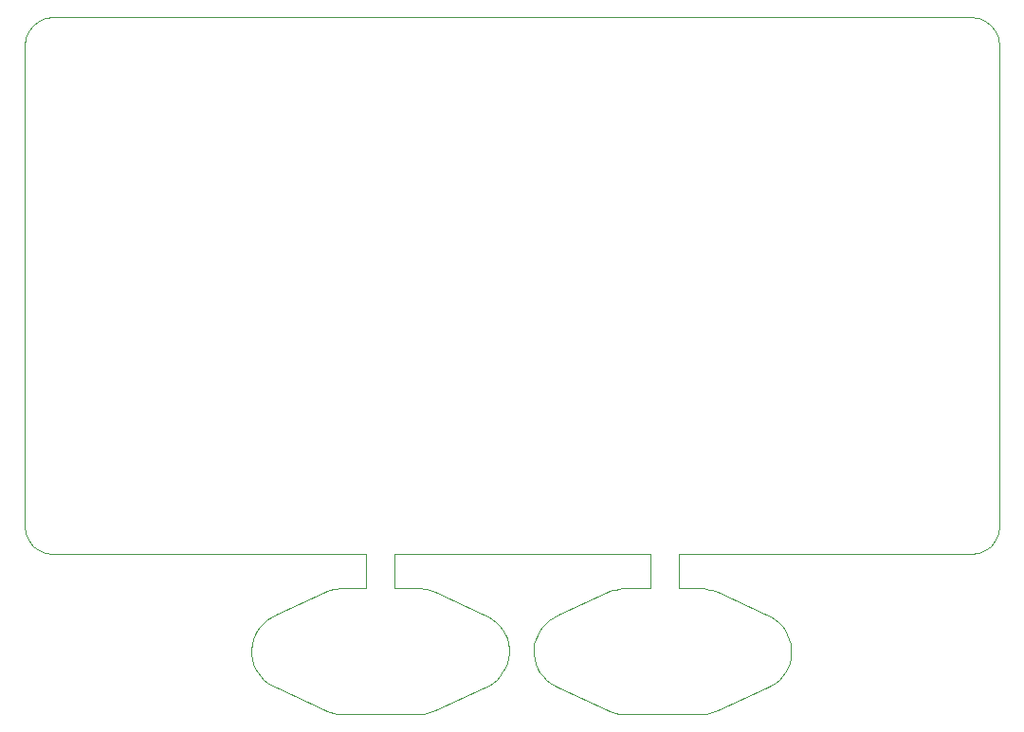
<source format=gbr>
%TF.GenerationSoftware,KiCad,Pcbnew,7.0.7*%
%TF.CreationDate,2023-09-01T18:27:54+02:00*%
%TF.ProjectId,UltiBot,556c7469-426f-4742-9e6b-696361645f70,rev?*%
%TF.SameCoordinates,PX60e4b00PY697e1a8*%
%TF.FileFunction,Profile,NP*%
%FSLAX46Y46*%
G04 Gerber Fmt 4.6, Leading zero omitted, Abs format (unit mm)*
G04 Created by KiCad (PCBNEW 7.0.7) date 2023-09-01 18:27:54*
%MOMM*%
%LPD*%
G01*
G04 APERTURE LIST*
%TA.AperFunction,Profile*%
%ADD10C,0.100000*%
%TD*%
G04 APERTURE END LIST*
D10*
X27269478Y11110668D02*
X27019424Y11031079D01*
X52753358Y11172798D02*
X52481254Y11104452D01*
X20735642Y7500014D02*
X20990256Y7858290D01*
X36151055Y200669D02*
X36401109Y280258D01*
X36400118Y11031079D02*
X36150527Y11110668D01*
X21682783Y2802721D02*
X21341201Y3079329D01*
X20527940Y7112651D02*
X20735642Y7500014D01*
X66949527Y8502400D02*
X67291109Y8225792D01*
X86916696Y16180909D02*
X87001882Y16827957D01*
X68073158Y7172761D02*
X68239232Y6765810D01*
X86666945Y15577957D02*
X86916696Y16180909D01*
X46552977Y3073113D02*
X46248757Y3390351D01*
X47667755Y2381921D02*
X47268115Y2564890D01*
X67896667Y3805107D02*
X67642054Y3446831D01*
X45431442Y5393119D02*
X45426839Y5832628D01*
X52481782Y194453D02*
X52753396Y126107D01*
X53028969Y11225241D02*
X52753358Y11172798D01*
X2500075Y14327957D02*
X30480000Y14325600D01*
X85148929Y14413142D02*
X85751882Y14662893D01*
X45426839Y5832628D02*
X45477358Y6269249D01*
X21992104Y8704917D02*
X22387824Y8896216D01*
X20279318Y4963868D02*
X20219666Y5399335D01*
X68417246Y5466277D02*
X68366727Y5029656D01*
X41797054Y2845807D02*
X41428430Y2606420D01*
X335012Y15577956D02*
X732308Y15060190D01*
X35343005Y46913D02*
X35603340Y79880D01*
X52753396Y126107D02*
X53028523Y73664D01*
X42645614Y7561905D02*
X42861382Y7178977D01*
X86269648Y61584766D02*
X85751882Y61982063D01*
X52481254Y11104452D02*
X52231200Y11024863D01*
X61090689Y11172798D02*
X60815563Y11225241D01*
X61822452Y10939452D02*
X61611894Y11024863D01*
X45947418Y7493798D02*
X46202032Y7852074D01*
X20774920Y3749432D02*
X20559151Y4132360D01*
X41428430Y2606420D02*
X41032709Y2415121D01*
X334936Y61067000D02*
X85185Y60464047D01*
X68412643Y5905786D02*
X68417246Y5466277D01*
X85751882Y14662893D02*
X86269649Y15060190D01*
X84501882Y14327957D02*
X85148929Y14413142D01*
X53289304Y11258208D02*
X53028969Y11225241D01*
X20215063Y5838844D02*
X20265582Y6275465D01*
X30480000Y11277600D02*
X28077528Y11264424D01*
X36612072Y365669D02*
X41032709Y2415121D01*
X58420000Y14351000D02*
X58420000Y11328400D01*
X68239232Y6765810D02*
X68352992Y6341253D01*
X52021634Y359453D02*
X52232192Y274042D01*
X67008830Y2839591D02*
X66640206Y2600204D01*
X27020416Y280258D02*
X27270006Y200669D01*
X60555672Y11258208D02*
X58420000Y11328400D01*
X33020000Y14325600D02*
X55880000Y14351000D01*
X46894559Y2796505D02*
X46552977Y3073113D01*
X67857390Y7555689D02*
X68073158Y7172761D01*
X43141216Y6347469D02*
X43200867Y5912002D01*
X41737751Y8508616D02*
X42079333Y8232008D01*
X85261Y16180909D02*
X335012Y15577956D01*
X46202032Y7852074D02*
X46499542Y8175613D01*
X22056339Y2571106D02*
X21682783Y2802721D01*
X35603340Y79880D02*
X35878951Y132323D01*
X2500000Y62317000D02*
X1852952Y62231814D01*
X27270006Y200669D02*
X27541620Y132323D01*
X43200867Y5912002D02*
X43205470Y5472493D01*
X21623480Y8465530D02*
X21992104Y8704917D01*
X41364194Y8740231D02*
X41737751Y8508616D01*
X1852952Y62231814D02*
X1250000Y61982063D01*
X43050108Y4609026D02*
X42892593Y4198686D01*
X67344544Y3123292D02*
X67008830Y2839591D01*
X36401109Y280258D02*
X36612072Y365669D01*
X732308Y15060190D02*
X1250075Y14662893D01*
X45770927Y4126144D02*
X45604853Y4533095D01*
X61362831Y194453D02*
X61612885Y274042D01*
X20370426Y6702311D02*
X20527940Y7112651D01*
X46835256Y8459314D02*
X47203880Y8698701D01*
X85751882Y61982063D02*
X85148929Y62231814D01*
X66575970Y8734015D02*
X66949527Y8502400D01*
X85148929Y62231814D02*
X84501882Y62316999D01*
X45491094Y4957652D02*
X45431442Y5393119D01*
X55880000Y11303000D02*
X53289304Y11258208D01*
X52020238Y10939452D02*
X47599600Y8890000D01*
X20393077Y4539311D02*
X20279318Y4963868D01*
X36610676Y10945668D02*
X36400118Y11031079D01*
X45582202Y6696095D02*
X45739716Y7106435D01*
X33020000Y14325600D02*
X33020000Y11303000D01*
X87001882Y59816999D02*
X86916696Y60464047D01*
X27817193Y11231457D02*
X27541582Y11179014D01*
X20219666Y5399335D02*
X20215063Y5838844D01*
X86916696Y60464047D02*
X86666945Y61066999D01*
X0Y59817000D02*
X75Y16827956D01*
X732233Y61584767D02*
X334936Y61067000D01*
X43205470Y5472493D02*
X43154951Y5035872D01*
X40964554Y8923200D02*
X41364194Y8740231D01*
X27816747Y79880D02*
X28076638Y46913D01*
X42383553Y7914770D02*
X42645614Y7561905D01*
X30480000Y11277600D02*
X30480000Y14325600D01*
X43154951Y5035872D02*
X43050108Y4609026D01*
X35343896Y11264424D02*
X33020000Y11303000D01*
X61090727Y126107D02*
X61362831Y194453D01*
X42079333Y8232008D02*
X42383553Y7914770D01*
X52232192Y274042D02*
X52481782Y194453D01*
X47667755Y2381921D02*
X52021634Y359453D01*
X28077528Y11264424D02*
X27817193Y11231457D01*
X46248757Y3390351D02*
X45986696Y3743216D01*
X87001882Y16827957D02*
X87001882Y59816999D01*
X66176330Y8916984D02*
X66575970Y8734015D01*
X68104369Y4192470D02*
X67896667Y3805107D01*
X45477358Y6269249D02*
X45582202Y6696095D01*
X46499542Y8175613D02*
X46835256Y8459314D01*
X86269649Y15060190D02*
X86666945Y15577957D01*
X66640206Y2600204D02*
X66244485Y2408905D01*
X61612885Y274042D02*
X61823848Y359453D01*
X42430278Y3453047D02*
X42132768Y3129508D01*
X45739716Y7106435D02*
X45947418Y7493798D01*
X42892593Y4198686D02*
X42684891Y3811323D01*
X1250000Y61982063D02*
X732233Y61584767D01*
X60554781Y40697D02*
X60815116Y73664D01*
X47203880Y8698701D02*
X47599600Y8890000D01*
X22455979Y2388137D02*
X22056339Y2571106D01*
X68352992Y6341253D02*
X68412643Y5905786D01*
X21287766Y8181829D02*
X21623480Y8465530D01*
X22455979Y2388137D02*
X26809858Y365669D01*
X67642054Y3446831D02*
X67344544Y3123292D01*
X26808462Y10945668D02*
X22387824Y8896216D01*
X35878913Y11179014D02*
X35603787Y11231457D01*
X60815563Y11225241D02*
X60555672Y11258208D01*
X27541620Y132323D02*
X27816747Y79880D01*
X67595329Y7908554D02*
X67857390Y7555689D01*
X85185Y60464047D02*
X0Y59817000D01*
X68366727Y5029656D02*
X68261884Y4602810D01*
X55880000Y11303000D02*
X55880000Y14351000D01*
X84501882Y62316999D02*
X2500000Y62317000D01*
X47268115Y2564890D02*
X46894559Y2796505D01*
X20265582Y6275465D02*
X20370426Y6702311D01*
X45604853Y4533095D02*
X45491094Y4957652D01*
X27019424Y11031079D02*
X26808462Y10945668D01*
X61823848Y359453D02*
X66244485Y2408905D01*
X35878951Y132323D02*
X36151055Y200669D01*
X67291109Y8225792D02*
X67595329Y7908554D01*
X61611894Y11024863D02*
X61362303Y11104452D01*
X21036981Y3396567D02*
X20774920Y3749432D01*
X42684891Y3811323D02*
X42430278Y3453047D01*
X42132768Y3129508D02*
X41797054Y2845807D01*
X45986696Y3743216D02*
X45770927Y4126144D01*
X42861382Y7178977D02*
X43027456Y6772026D01*
X20559151Y4132360D02*
X20393077Y4539311D01*
X40964554Y8923200D02*
X36610676Y10945668D01*
X26809858Y365669D02*
X27020416Y280258D01*
X1250075Y14662893D02*
X1853028Y14413142D01*
X68261884Y4602810D02*
X68104369Y4192470D01*
X36150527Y11110668D02*
X35878913Y11179014D01*
X21341201Y3079329D02*
X21036981Y3396567D01*
X84501882Y14327957D02*
X58420000Y14351000D01*
X52231200Y11024863D02*
X52020238Y10939452D01*
X86666945Y61066999D02*
X86269648Y61584766D01*
X75Y16827956D02*
X85261Y16180909D01*
X53028523Y73664D02*
X53288414Y40697D01*
X66176330Y8916984D02*
X61822452Y10939452D01*
X61362303Y11104452D02*
X61090689Y11172798D01*
X28076638Y46913D02*
X35343005Y46913D01*
X43027456Y6772026D02*
X43141216Y6347469D01*
X35603787Y11231457D02*
X35343896Y11264424D01*
X27541582Y11179014D02*
X27269478Y11110668D01*
X20990256Y7858290D02*
X21287766Y8181829D01*
X1853028Y14413142D02*
X2500075Y14327957D01*
X53288414Y40697D02*
X60554781Y40697D01*
X60815116Y73664D02*
X61090727Y126107D01*
M02*

</source>
